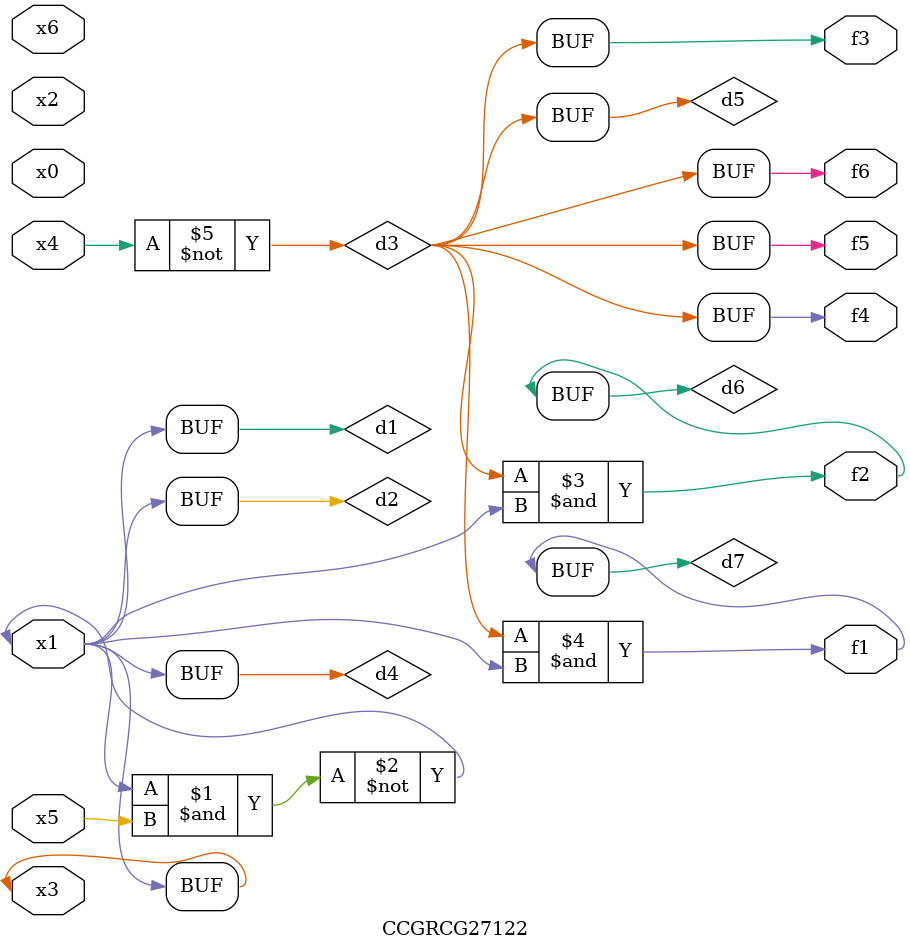
<source format=v>
module CCGRCG27122(
	input x0, x1, x2, x3, x4, x5, x6,
	output f1, f2, f3, f4, f5, f6
);

	wire d1, d2, d3, d4, d5, d6, d7;

	buf (d1, x1, x3);
	nand (d2, x1, x5);
	not (d3, x4);
	buf (d4, d1, d2);
	buf (d5, d3);
	and (d6, d3, d4);
	and (d7, d3, d4);
	assign f1 = d7;
	assign f2 = d6;
	assign f3 = d5;
	assign f4 = d5;
	assign f5 = d5;
	assign f6 = d5;
endmodule

</source>
